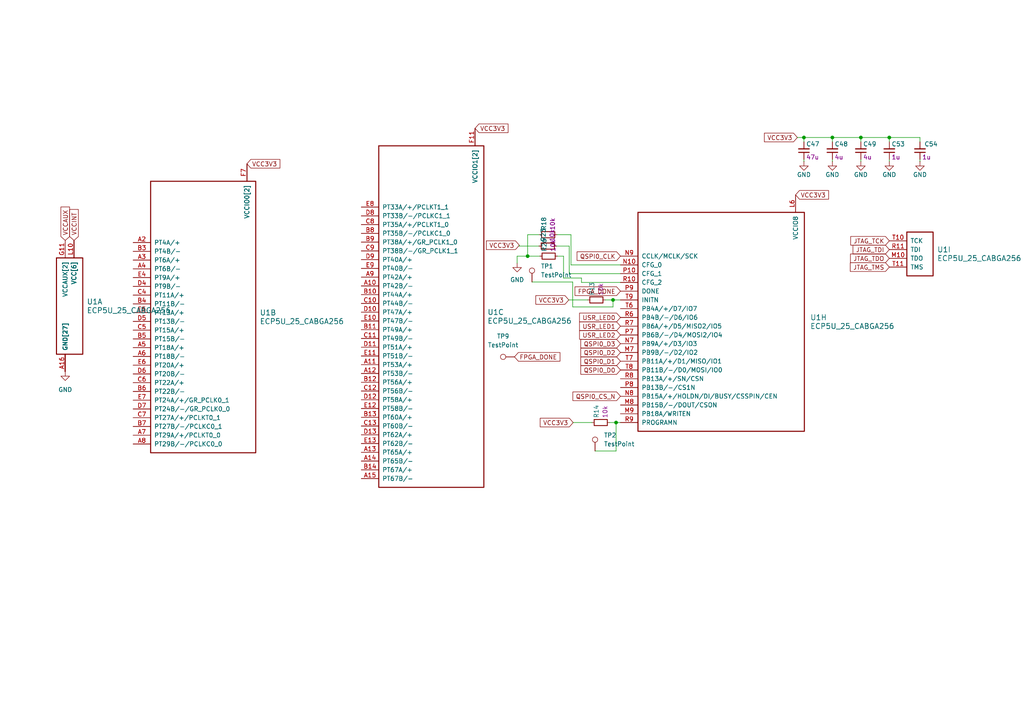
<source format=kicad_sch>
(kicad_sch (version 20230121) (generator eeschema)
  (paper "A4")
  (lib_symbols
    (symbol "C_470n_0402_5" (pin_numbers hide) (pin_names hide)
      (property "Reference" "C" (at 20.32 -5.08 0))
      (property "Val" "470n" (at 20.32 -7.62 0))
      (symbol "C_470n_0402_5_0_1"
        (polyline (pts (xy 2.032 -1.524) (xy 2.032 1.524)) (stroke (width 0.3048)))
        (polyline (pts (xy 3.048 -1.524) (xy 3.048 1.524)) (stroke (width 0.3302)))
      )
      (symbol "C_470n_0402_5_1_1"
        (pin passive line (at 0 0 0) (length 2.032) (name "~") (number "1"))
        (pin passive line (at 5.08 0 180) (length 2.032) (name "~") (number "2"))
      )
    )
    (symbol "C_470n_0402_9" (pin_numbers hide) (pin_names hide)
      (property "Reference" "C" (at 20.32 -5.08 0))
      (property "Val" "470n" (at 20.32 -7.62 0))
      (symbol "C_470n_0402_9_0_1"
        (polyline (pts (xy 2.032 -1.524) (xy 2.032 1.524)) (stroke (width 0.3048)))
        (polyline (pts (xy 3.048 -1.524) (xy 3.048 1.524)) (stroke (width 0.3302)))
      )
      (symbol "C_470n_0402_9_1_1"
        (pin passive line (at 0 0 0) (length 2.032) (name "~") (number "1"))
        (pin passive line (at 5.08 0 180) (length 2.032) (name "~") (number "2"))
      )
    )
    (symbol "C_47u_1210_3" (pin_numbers hide) (pin_names hide)
      (property "Reference" "C" (at 20.32 -5.08 0))
      (property "Val" "47u" (at 20.32 -7.62 0))
      (symbol "C_47u_1210_3_0_1"
        (polyline (pts (xy 2.032 -1.524) (xy 2.032 1.524)) (stroke (width 0.3048)))
        (polyline (pts (xy 3.048 -1.524) (xy 3.048 1.524)) (stroke (width 0.3302)))
      )
      (symbol "C_47u_1210_3_1_1"
        (pin passive line (at 0 0 0) (length 2.032) (name "~") (number "1"))
        (pin passive line (at 5.08 0 180) (length 2.032) (name "~") (number "2"))
      )
    )
    (symbol "C_4u7_0603_1" (pin_numbers hide) (pin_names hide)
      (property "Reference" "C" (at 20.32 -5.08 0))
      (property "Val" "4u7" (at 20.32 -7.62 0))
      (symbol "C_4u7_0603_1_0_1"
        (polyline (pts (xy 2.032 -1.524) (xy 2.032 1.524)) (stroke (width 0.3048)))
        (polyline (pts (xy 3.048 -1.524) (xy 3.048 1.524)) (stroke (width 0.3302)))
      )
      (symbol "C_4u7_0603_1_1_1"
        (pin passive line (at 0 0 0) (length 2.032) (name "~") (number "1"))
        (pin passive line (at 5.08 0 180) (length 2.032) (name "~") (number "2"))
      )
    )
    (symbol "C_4u7_0603_4" (pin_numbers hide) (pin_names hide)
      (property "Reference" "C" (at 20.32 -5.08 0))
      (property "Val" "4u7" (at 20.32 -7.62 0))
      (symbol "C_4u7_0603_4_0_1"
        (polyline (pts (xy 2.032 -1.524) (xy 2.032 1.524)) (stroke (width 0.3048)))
        (polyline (pts (xy 3.048 -1.524) (xy 3.048 1.524)) (stroke (width 0.3302)))
      )
      (symbol "C_4u7_0603_4_1_1"
        (pin passive line (at 0 0 0) (length 2.032) (name "~") (number "1"))
        (pin passive line (at 5.08 0 180) (length 2.032) (name "~") (number "2"))
      )
    )
    (symbol "Connector:TestPoint" (pin_numbers hide) (pin_names (offset 0.762) hide)
      (property "Reference" "TP" (at 0 6.858 0))
      (property "Value" "TestPoint" (at 0 5.08 0))
      (symbol "TestPoint_0_1"
        (circle (center 0 3.302) (radius 0.762))
      )
      (symbol "TestPoint_1_1"
        (pin passive line (at 0 0 90) (length 2.54) (name "1") (number "1"))
      )
    )
    (symbol "R_10k_0402_1" (pin_numbers hide) (pin_names hide)
      (property "Reference" "R" (at 20.32 -5.08 0))
      (property "Val" "10k" (at 20.32 -7.62 0))
      (symbol "R_10k_0402_1_0_1"
        (rectangle (start 0.635 0.889) (end 4.445 -0.889) (stroke (width 0.254)))
      )
      (symbol "R_10k_0402_1_1_1"
        (pin passive line (at 0 0 0) (length 0.635) (name "~") (number "1"))
        (pin passive line (at 5.08 0 180) (length 0.635) (name "~") (number "2"))
      )
    )
    (symbol "antmicroResistors0402:R_10k_0402" (pin_numbers hide) (pin_names hide)
      (property "Reference" "R" (at 20.32 -5.08 0))
      (property "Val" "10k" (at 20.32 -7.62 0))
      (symbol "R_10k_0402_0_1"
        (rectangle (start 0.635 0.889) (end 4.445 -0.889) (stroke (width 0.254)))
      )
      (symbol "R_10k_0402_1_1"
        (pin passive line (at 0 0 0) (length 0.635) (name "~") (number "1"))
        (pin passive line (at 5.08 0 180) (length 0.635) (name "~") (number "2"))
      )
    )
    (symbol "antmicropower:GND" (power) (pin_numbers hide) (pin_names hide)
      (property "Value" "GND" (at 8.89 -5.08 0))
      (symbol "GND_1_1"
        (polyline (pts (xy 0 0) (xy 0 -1.27) (xy 1.27 -1.27) (xy 0 -2.54) (xy -1.27 -1.27) (xy 0 -1.27)))
        (pin power_in line (at 0 0 270) (length 0) (name "GND") (number "1"))
      )
    )
    (symbol "nf_ecp5:ECP5U_25_CABGA256" (pin_names (offset 1.016))
      (property "Reference" "U" (at 3.81 6.35 0))
      (property "Value" "ECP5U_25_CABGA256" (at 3.81 3.81 0))
      (symbol "ECP5U_25_CABGA256_1_1"
        (rectangle (start 5.08 17.78) (end 12.7 -10.16) (stroke (width 0.3048)))
        (pin power_in line (at 7.62 -15.24 90) (length 5.08) (name "GND[27]") (number "A1"))
        (pin power_in line (at 7.62 -15.24 90) (length 5.08) (name "GND[27]") (number "A16"))
        (pin power_in line (at 7.62 -15.24 90) (length 5.08) (name "GND[27]") (number "D15"))
        (pin power_in line (at 7.62 -15.24 90) (length 5.08) (name "GND[27]") (number "D2"))
        (pin power_in line (at 7.62 -15.24 90) (length 5.08) (name "GND[27]") (number "F8"))
        (pin power_in line (at 7.62 -15.24 90) (length 5.08) (name "GND[27]") (number "F9"))
        (pin power_in line (at 7.62 -15.24 90) (length 5.08) (name "GND[27]") (number "G10"))
        (pin power_in line (at 7.62 22.86 270) (length 5.08) (name "VCCAUX[2]") (number "G11"))
        (pin power_in line (at 10.16 22.86 270) (length 5.08) (name "VCC[6]") (number "G6"))
        (pin power_in line (at 10.16 22.86 270) (length 5.08) (name "VCC[6]") (number "G7"))
        (pin power_in line (at 7.62 -15.24 90) (length 5.08) (name "GND[27]") (number "G8"))
        (pin power_in line (at 10.16 22.86 270) (length 5.08) (name "VCC[6]") (number "G9"))
        (pin power_in line (at 7.62 -15.24 90) (length 5.08) (name "GND[27]") (number "H1"))
        (pin power_in line (at 7.62 -15.24 90) (length 5.08) (name "GND[27]") (number "H10"))
        (pin power_in line (at 7.62 -15.24 90) (length 5.08) (name "GND[27]") (number "H16"))
        (pin power_in line (at 7.62 -15.24 90) (length 5.08) (name "GND[27]") (number "H8"))
        (pin power_in line (at 7.62 -15.24 90) (length 5.08) (name "GND[27]") (number "H9"))
        (pin power_in line (at 7.62 -15.24 90) (length 5.08) (name "GND[27]") (number "J10"))
        (pin power_in line (at 7.62 -15.24 90) (length 5.08) (name "GND[27]") (number "J8"))
        (pin power_in line (at 7.62 -15.24 90) (length 5.08) (name "GND[27]") (number "J9"))
        (pin power_in line (at 7.62 -15.24 90) (length 5.08) (name "GND[27]") (number "K10"))
        (pin power_in line (at 7.62 -15.24 90) (length 5.08) (name "GND[27]") (number "K6"))
        (pin power_in line (at 7.62 -15.24 90) (length 5.08) (name "GND[27]") (number "K7"))
        (pin power_in line (at 7.62 -15.24 90) (length 5.08) (name "GND[27]") (number "K8"))
        (pin power_in line (at 7.62 -15.24 90) (length 5.08) (name "GND[27]") (number "K9"))
        (pin power_in line (at 10.16 22.86 270) (length 5.08) (name "VCC[6]") (number "L10"))
        (pin power_in line (at 7.62 22.86 270) (length 5.08) (name "VCCAUX[2]") (number "L7"))
        (pin power_in line (at 10.16 22.86 270) (length 5.08) (name "VCC[6]") (number "L8"))
        (pin power_in line (at 10.16 22.86 270) (length 5.08) (name "VCC[6]") (number "L9"))
        (pin power_in line (at 7.62 -15.24 90) (length 5.08) (name "GND[27]") (number "N15"))
        (pin power_in line (at 7.62 -15.24 90) (length 5.08) (name "GND[27]") (number "N2"))
        (pin power_in line (at 7.62 -15.24 90) (length 5.08) (name "GND[27]") (number "T1"))
        (pin power_in line (at 7.62 -15.24 90) (length 5.08) (name "GND[27]") (number "T12"))
        (pin power_in line (at 7.62 -15.24 90) (length 5.08) (name "GND[27]") (number "T16"))
        (pin power_in line (at 7.62 -15.24 90) (length 5.08) (name "GND[27]") (number "T5"))
      )
      (symbol "ECP5U_25_CABGA256_2_1"
        (rectangle (start 5.08 17.78) (end 35.56 -60.96) (stroke (width 0.3048)))
        (pin bidirectional line (at 0 0 0) (length 5.08) (name "PT4A/+") (number "A2"))
        (pin bidirectional line (at 0 -5.08 0) (length 5.08) (name "PT6A/+") (number "A3"))
        (pin bidirectional line (at 0 -7.62 0) (length 5.08) (name "PT6B/-") (number "A4"))
        (pin bidirectional line (at 0 -30.48 0) (length 5.08) (name "PT18A/+") (number "A5"))
        (pin bidirectional line (at 0 -33.02 0) (length 5.08) (name "PT18B/-") (number "A6"))
        (pin bidirectional line (at 0 -55.88 0) (length 5.08) (name "PT29A/+/PCLKT0_0") (number "A7"))
        (pin bidirectional line (at 0 -58.42 0) (length 5.08) (name "PT29B/-/PCLKC0_0") (number "A8"))
        (pin bidirectional line (at 0 -2.54 0) (length 5.08) (name "PT4B/-") (number "B3"))
        (pin bidirectional line (at 0 -17.78 0) (length 5.08) (name "PT11B/-") (number "B4"))
        (pin bidirectional line (at 0 -27.94 0) (length 5.08) (name "PT15B/-") (number "B5"))
        (pin bidirectional line (at 0 -43.18 0) (length 5.08) (name "PT22B/-") (number "B6"))
        (pin bidirectional line (at 0 -53.34 0) (length 5.08) (name "PT27B/-/PCLKC0_1") (number "B7"))
        (pin bidirectional line (at 0 -15.24 0) (length 5.08) (name "PT11A/+") (number "C4"))
        (pin bidirectional line (at 0 -25.4 0) (length 5.08) (name "PT15A/+") (number "C5"))
        (pin bidirectional line (at 0 -40.64 0) (length 5.08) (name "PT22A/+") (number "C6"))
        (pin bidirectional line (at 0 -50.8 0) (length 5.08) (name "PT27A/+/PCLKT0_1") (number "C7"))
        (pin bidirectional line (at 0 -12.7 0) (length 5.08) (name "PT9B/-") (number "D4"))
        (pin bidirectional line (at 0 -22.86 0) (length 5.08) (name "PT13B/-") (number "D5"))
        (pin bidirectional line (at 0 -38.1 0) (length 5.08) (name "PT20B/-") (number "D6"))
        (pin bidirectional line (at 0 -48.26 0) (length 5.08) (name "PT24B/-/GR_PCLK0_0") (number "D7"))
        (pin bidirectional line (at 0 -10.16 0) (length 5.08) (name "PT9A/+") (number "E4"))
        (pin bidirectional line (at 0 -20.32 0) (length 5.08) (name "PT13A/+") (number "E5"))
        (pin bidirectional line (at 0 -35.56 0) (length 5.08) (name "PT20A/+") (number "E6"))
        (pin bidirectional line (at 0 -45.72 0) (length 5.08) (name "PT24A/+/GR_PCLK0_1") (number "E7"))
        (pin power_in line (at 33.02 22.86 270) (length 5.08) (name "VCCIO0[2]") (number "F6"))
        (pin power_in line (at 33.02 22.86 270) (length 5.08) (name "VCCIO0[2]") (number "F7"))
      )
      (symbol "ECP5U_25_CABGA256_3_1"
        (rectangle (start 5.08 17.78) (end 35.56 -81.28) (stroke (width 0.3048)))
        (pin bidirectional line (at 0 -22.86 0) (length 5.08) (name "PT42B/-") (number "A10"))
        (pin bidirectional line (at 0 -45.72 0) (length 5.08) (name "PT53A/+") (number "A11"))
        (pin bidirectional line (at 0 -48.26 0) (length 5.08) (name "PT53B/-") (number "A12"))
        (pin bidirectional line (at 0 -71.12 0) (length 5.08) (name "PT65A/+") (number "A13"))
        (pin bidirectional line (at 0 -73.66 0) (length 5.08) (name "PT65B/-") (number "A14"))
        (pin bidirectional line (at 0 -78.74 0) (length 5.08) (name "PT67B/-") (number "A15"))
        (pin bidirectional line (at 0 -20.32 0) (length 5.08) (name "PT42A/+") (number "A9"))
        (pin bidirectional line (at 0 -25.4 0) (length 5.08) (name "PT44A/+") (number "B10"))
        (pin bidirectional line (at 0 -35.56 0) (length 5.08) (name "PT49A/+") (number "B11"))
        (pin bidirectional line (at 0 -50.8 0) (length 5.08) (name "PT56A/+") (number "B12"))
        (pin bidirectional line (at 0 -60.96 0) (length 5.08) (name "PT60A/+") (number "B13"))
        (pin bidirectional line (at 0 -76.2 0) (length 5.08) (name "PT67A/+") (number "B14"))
        (pin bidirectional line (at 0 -7.62 0) (length 5.08) (name "PT35B/-/PCLKC1_0") (number "B8"))
        (pin bidirectional line (at 0 -10.16 0) (length 5.08) (name "PT38A/+/GR_PCLK1_0") (number "B9"))
        (pin bidirectional line (at 0 -27.94 0) (length 5.08) (name "PT44B/-") (number "C10"))
        (pin bidirectional line (at 0 -38.1 0) (length 5.08) (name "PT49B/-") (number "C11"))
        (pin bidirectional line (at 0 -53.34 0) (length 5.08) (name "PT56B/-") (number "C12"))
        (pin bidirectional line (at 0 -63.5 0) (length 5.08) (name "PT60B/-") (number "C13"))
        (pin bidirectional line (at 0 -5.08 0) (length 5.08) (name "PT35A/+/PCLKT1_0") (number "C8"))
        (pin bidirectional line (at 0 -12.7 0) (length 5.08) (name "PT38B/-/GR_PCLK1_1") (number "C9"))
        (pin bidirectional line (at 0 -30.48 0) (length 5.08) (name "PT47A/+") (number "D10"))
        (pin bidirectional line (at 0 -40.64 0) (length 5.08) (name "PT51A/+") (number "D11"))
        (pin bidirectional line (at 0 -55.88 0) (length 5.08) (name "PT58A/+") (number "D12"))
        (pin bidirectional line (at 0 -66.04 0) (length 5.08) (name "PT62A/+") (number "D13"))
        (pin bidirectional line (at 0 -2.54 0) (length 5.08) (name "PT33B/-/PCLKC1_1") (number "D8"))
        (pin bidirectional line (at 0 -15.24 0) (length 5.08) (name "PT40A/+") (number "D9"))
        (pin bidirectional line (at 0 -33.02 0) (length 5.08) (name "PT47B/-") (number "E10"))
        (pin bidirectional line (at 0 -43.18 0) (length 5.08) (name "PT51B/-") (number "E11"))
        (pin bidirectional line (at 0 -58.42 0) (length 5.08) (name "PT58B/-") (number "E12"))
        (pin bidirectional line (at 0 -68.58 0) (length 5.08) (name "PT62B/-") (number "E13"))
        (pin bidirectional line (at 0 0 0) (length 5.08) (name "PT33A/+/PCLKT1_1") (number "E8"))
        (pin bidirectional line (at 0 -17.78 0) (length 5.08) (name "PT40B/-") (number "E9"))
        (pin power_in line (at 33.02 22.86 270) (length 5.08) (name "VCCIO1[2]") (number "F10"))
        (pin power_in line (at 33.02 22.86 270) (length 5.08) (name "VCCIO1[2]") (number "F11"))
      )
      (symbol "ECP5U_25_CABGA256_4_1"
        (rectangle (start 5.08 17.78) (end 48.26 -81.28) (stroke (width 0.3048)))
        (pin bidirectional line (at 0 -2.54 0) (length 5.08) (name "PR2B/-/S0_IN/HS/RDQ8") (number "B15"))
        (pin bidirectional line (at 0 0 0) (length 5.08) (name "PR2A/+/HS/RDQ8") (number "B16"))
        (pin bidirectional line (at 0 -5.08 0) (length 5.08) (name "PR2C/+/RDQ8") (number "C14"))
        (pin bidirectional line (at 0 -12.7 0) (length 5.08) (name "PR5B/-/HS/RDQ8") (number "C15"))
        (pin bidirectional line (at 0 -10.16 0) (length 5.08) (name "PR5A/+/HS/RDQ8") (number "C16"))
        (pin bidirectional line (at 0 -7.62 0) (length 5.08) (name "PR2D/-/RDQ8") (number "D14"))
        (pin bidirectional line (at 0 -20.32 0) (length 5.08) (name "PR8A/+/HS/RDQS8") (number "D16"))
        (pin bidirectional line (at 0 -15.24 0) (length 5.08) (name "PR5C/+/RDQ8") (number "E14"))
        (pin bidirectional line (at 0 -22.86 0) (length 5.08) (name "PR8B/-/HS/RDQSN8") (number "E15"))
        (pin bidirectional line (at 0 -38.1 0) (length 5.08) (name "PR11D/-/RDQ8") (number "E16"))
        (pin bidirectional line (at 0 -27.94 0) (length 5.08) (name "PR8D/-/RDQ8") (number "F12"))
        (pin bidirectional line (at 0 -25.4 0) (length 5.08) (name "PR8C/+/RDQ8") (number "F13"))
        (pin bidirectional line (at 0 -17.78 0) (length 5.08) (name "PR5D/-/RDQ8") (number "F14"))
        (pin bidirectional line (at 0 -35.56 0) (length 5.08) (name "PR11C/+/RDQ8") (number "F15"))
        (pin bidirectional line (at 0 -40.64 0) (length 5.08) (name "PR14A/+/HS/RDQ20") (number "F16"))
        (pin bidirectional line (at 0 -30.48 0) (length 5.08) (name "PR11A/+/HS/RDQ8") (number "G12"))
        (pin bidirectional line (at 0 -33.02 0) (length 5.08) (name "PR11B/-/HS/RDQ8") (number "G13"))
        (pin bidirectional line (at 0 -45.72 0) (length 5.08) (name "PR14C/+/VREF1_2/RDQ20") (number "G14"))
        (pin bidirectional line (at 0 -43.18 0) (length 5.08) (name "PR14B/-/HS/RDQ20") (number "G15"))
        (pin bidirectional line (at 0 -60.96 0) (length 5.08) (name "PR20A/+/GR_PCLK2_1/HS/RDQS20") (number "G16"))
        (pin power_in line (at 45.72 22.86 270) (length 5.08) (name "VCCIO2[2]") (number "H11"))
        (pin bidirectional line (at 0 -50.8 0) (length 5.08) (name "PR17A/+/HS/RDQ20") (number "H12"))
        (pin bidirectional line (at 0 -53.34 0) (length 5.08) (name "PR17B/-/HS/RDQ20") (number "H13"))
        (pin bidirectional line (at 0 -48.26 0) (length 5.08) (name "PR14D/-/RDQ20") (number "H14"))
        (pin bidirectional line (at 0 -63.5 0) (length 5.08) (name "PR20B/-/HS/RDQSN20") (number "H15"))
        (pin power_in line (at 45.72 22.86 270) (length 5.08) (name "VCCIO2[2]") (number "J11"))
        (pin bidirectional line (at 0 -58.42 0) (length 5.08) (name "PR17D/-/RDQ20") (number "J12"))
        (pin bidirectional line (at 0 -55.88 0) (length 5.08) (name "PR17C/+/RDQ20") (number "J13"))
        (pin bidirectional line (at 0 -66.04 0) (length 5.08) (name "PR20C/+/GR_PCLK2_0/RDQ20") (number "J14"))
        (pin bidirectional line (at 0 -73.66 0) (length 5.08) (name "PR23B/-/PCLKC2_1/HS/RDQ20") (number "J15"))
        (pin bidirectional line (at 0 -71.12 0) (length 5.08) (name "PR23A/+/PCLKT2_1/HS/RDQ20") (number "J16"))
        (pin bidirectional line (at 0 -68.58 0) (length 5.08) (name "PR20D/-/RDQ20") (number "K14"))
        (pin bidirectional line (at 0 -78.74 0) (length 5.08) (name "PR23D/-/PCLKC2_0/RDQ20") (number "K15"))
        (pin bidirectional line (at 0 -76.2 0) (length 5.08) (name "PR23C/+/PCLKT2_0/RDQ20") (number "K16"))
      )
      (symbol "ECP5U_25_CABGA256_5_1"
        (rectangle (start 5.08 17.78) (end 48.26 -81.28) (stroke (width 0.3048)))
        (pin power_in line (at 45.72 22.86 270) (length 5.08) (name "VCCIO3[2]") (number "K11"))
        (pin bidirectional line (at 0 -12.7 0) (length 5.08) (name "PR29B/-/HS/RDQ32") (number "K12"))
        (pin bidirectional line (at 0 -10.16 0) (length 5.08) (name "PR29A/+/GR_PCLK3_0/HS/RDQ32") (number "K13"))
        (pin power_in line (at 45.72 22.86 270) (length 5.08) (name "VCCIO3[2]") (number "L11"))
        (pin bidirectional line (at 0 -17.78 0) (length 5.08) (name "PR29D/-/RDQ32") (number "L12"))
        (pin bidirectional line (at 0 -15.24 0) (length 5.08) (name "PR29C/+/GR_PCLK3_1/RDQ32") (number "L13"))
        (pin bidirectional line (at 0 -25.4 0) (length 5.08) (name "PR32C/+/RDQ32") (number "L14"))
        (pin bidirectional line (at 0 -2.54 0) (length 5.08) (name "PR26B/-/PCLKC3_1/HS/RDQ32") (number "L15"))
        (pin bidirectional line (at 0 0 0) (length 5.08) (name "PR26A/+/PCLKT3_1/HS/RDQ32") (number "L16"))
        (pin bidirectional line (at 0 -71.12 0) (length 5.08) (name "PR47A/+/HS/RDQ44") (number "M11"))
        (pin bidirectional line (at 0 -66.04 0) (length 5.08) (name "PR44C/+/RDQ44") (number "M12"))
        (pin bidirectional line (at 0 -35.56 0) (length 5.08) (name "PR35C/+/RDQ32") (number "M13"))
        (pin bidirectional line (at 0 -27.94 0) (length 5.08) (name "PR32D/-/RDQ32") (number "M14"))
        (pin bidirectional line (at 0 -7.62 0) (length 5.08) (name "PR26D/-/PCLKC3_0/RDQ32") (number "M15"))
        (pin bidirectional line (at 0 -5.08 0) (length 5.08) (name "PR26C/+/PCLKT3_0/RDQ32") (number "M16"))
        (pin bidirectional line (at 0 -73.66 0) (length 5.08) (name "PR47B/-/HS/RDQ44") (number "N11"))
        (pin bidirectional line (at 0 -68.58 0) (length 5.08) (name "PR44D/-/RDQ44") (number "N12"))
        (pin bidirectional line (at 0 -40.64 0) (length 5.08) (name "PR38A/+/HS/RDQ44") (number "N13"))
        (pin bidirectional line (at 0 -38.1 0) (length 5.08) (name "PR35D/-/RDQ32") (number "N14"))
        (pin bidirectional line (at 0 -20.32 0) (length 5.08) (name "PR32A/+/HS/RDQS32") (number "N16"))
        (pin bidirectional line (at 0 -76.2 0) (length 5.08) (name "PR47C/+/LRC_GPLL0T_IN/RDQ44") (number "P11"))
        (pin bidirectional line (at 0 -78.74 0) (length 5.08) (name "PR47D/-/LRC_GPLL0C_IN/RDQ44") (number "P12"))
        (pin bidirectional line (at 0 -50.8 0) (length 5.08) (name "PR41A/+/HS/RDQ44") (number "P13"))
        (pin bidirectional line (at 0 -43.18 0) (length 5.08) (name "PR38B/-/HS/RDQ44") (number "P14"))
        (pin bidirectional line (at 0 -22.86 0) (length 5.08) (name "PR32B/-/HS/RDQSN32") (number "P15"))
        (pin bidirectional line (at 0 -30.48 0) (length 5.08) (name "PR35A/+/HS/RDQ32") (number "P16"))
        (pin bidirectional line (at 0 -60.96 0) (length 5.08) (name "PR44A/+/HS/RDQS44") (number "R12"))
        (pin bidirectional line (at 0 -55.88 0) (length 5.08) (name "PR41C/+/RDQ44") (number "R13"))
        (pin bidirectional line (at 0 -53.34 0) (length 5.08) (name "PR41B/-/HS/RDQ44") (number "R14"))
        (pin bidirectional line (at 0 -45.72 0) (length 5.08) (name "PR38C/+/RDQ44") (number "R15"))
        (pin bidirectional line (at 0 -33.02 0) (length 5.08) (name "PR35B/-/VREF1_3/HS/RDQ32") (number "R16"))
        (pin bidirectional line (at 0 -63.5 0) (length 5.08) (name "PR44B/-/HS/RDQSN44") (number "T13"))
        (pin bidirectional line (at 0 -58.42 0) (length 5.08) (name "PR41D/-/RDQ44") (number "T14"))
        (pin bidirectional line (at 0 -48.26 0) (length 5.08) (name "PR38D/-/RDQ44") (number "T15"))
      )
      (symbol "ECP5U_25_CABGA256_6_1"
        (rectangle (start 5.08 17.78) (end 48.26 -81.28) (stroke (width 0.3048)))
        (pin power_in line (at 45.72 22.86 270) (length 5.08) (name "VCCIO6[2]") (number "J6"))
        (pin power_in line (at 45.72 22.86 270) (length 5.08) (name "VCCIO6[2]") (number "J7"))
        (pin bidirectional line (at 0 -10.16 0) (length 5.08) (name "PL29A/+/GR_PCLK6_0/HS/LDQ32") (number "K4"))
        (pin bidirectional line (at 0 -12.7 0) (length 5.08) (name "PL29B/-/HS/LDQ32") (number "K5"))
        (pin bidirectional line (at 0 0 0) (length 5.08) (name "PL26A/+/PCLKT6_1/HS/LDQ32") (number "L1"))
        (pin bidirectional line (at 0 -2.54 0) (length 5.08) (name "PL26B/-/PCLKC6_1/HS/LDQ32") (number "L2"))
        (pin bidirectional line (at 0 -25.4 0) (length 5.08) (name "PL32C/+/LDQ32") (number "L3"))
        (pin bidirectional line (at 0 -15.24 0) (length 5.08) (name "PL29C/+/GR_PCLK6_1/LDQ32") (number "L4"))
        (pin bidirectional line (at 0 -17.78 0) (length 5.08) (name "PL29D/-/LDQ32") (number "L5"))
        (pin bidirectional line (at 0 -5.08 0) (length 5.08) (name "PL26C/+/PCLKT6_0/LDQ32") (number "M1"))
        (pin bidirectional line (at 0 -7.62 0) (length 5.08) (name "PL26D/-/PCLKC6_0/LDQ32") (number "M2"))
        (pin bidirectional line (at 0 -27.94 0) (length 5.08) (name "PL32D/-/LDQ32") (number "M3"))
        (pin bidirectional line (at 0 -35.56 0) (length 5.08) (name "PL35C/+/LDQ32") (number "M4"))
        (pin bidirectional line (at 0 -66.04 0) (length 5.08) (name "PL44C/+/LDQ44") (number "M5"))
        (pin bidirectional line (at 0 -71.12 0) (length 5.08) (name "PL47A/+/HS/LDQ44") (number "M6"))
        (pin bidirectional line (at 0 -20.32 0) (length 5.08) (name "PL32A/+/HS/LDQS32") (number "N1"))
        (pin bidirectional line (at 0 -38.1 0) (length 5.08) (name "PL35D/-/LDQ32") (number "N3"))
        (pin bidirectional line (at 0 -40.64 0) (length 5.08) (name "PL38A/+/HS/LDQ44") (number "N4"))
        (pin bidirectional line (at 0 -68.58 0) (length 5.08) (name "PL44D/-/LDQ44") (number "N5"))
        (pin bidirectional line (at 0 -73.66 0) (length 5.08) (name "PL47B/-/HS/LDQ44") (number "N6"))
        (pin bidirectional line (at 0 -30.48 0) (length 5.08) (name "PL35A/+/HS/LDQ32") (number "P1"))
        (pin bidirectional line (at 0 -22.86 0) (length 5.08) (name "PL32B/-/HS/LDQSN32") (number "P2"))
        (pin bidirectional line (at 0 -43.18 0) (length 5.08) (name "PL38B/-/HS/LDQ44") (number "P3"))
        (pin bidirectional line (at 0 -50.8 0) (length 5.08) (name "PL41A/+/HS/LDQ44") (number "P4"))
        (pin bidirectional line (at 0 -78.74 0) (length 5.08) (name "PL47D/-/LLC_GPLL0C_IN/LDQ44") (number "P5"))
        (pin bidirectional line (at 0 -76.2 0) (length 5.08) (name "PL47C/+/LLC_GPLL0T_IN/LDQ44") (number "P6"))
        (pin bidirectional line (at 0 -33.02 0) (length 5.08) (name "PL35B/-/VREF1_6/HS/LDQ32") (number "R1"))
        (pin bidirectional line (at 0 -45.72 0) (length 5.08) (name "PL38C/+/LDQ44") (number "R2"))
        (pin bidirectional line (at 0 -53.34 0) (length 5.08) (name "PL41B/-/HS/LDQ44") (number "R3"))
        (pin bidirectional line (at 0 -55.88 0) (length 5.08) (name "PL41C/+/LDQ44") (number "R4"))
        (pin bidirectional line (at 0 -60.96 0) (length 5.08) (name "PL44A/+/HS/LDQS44") (number "R5"))
        (pin bidirectional line (at 0 -48.26 0) (length 5.08) (name "PL38D/-/LDQ44") (number "T2"))
        (pin bidirectional line (at 0 -58.42 0) (length 5.08) (name "PL41D/-/LDQ44") (number "T3"))
        (pin bidirectional line (at 0 -63.5 0) (length 5.08) (name "PL44B/-/HS/LDQSN44") (number "T4"))
      )
      (symbol "ECP5U_25_CABGA256_7_1"
        (rectangle (start 5.08 17.78) (end 48.26 -81.28) (stroke (width 0.3048)))
        (pin bidirectional line (at 0 0 0) (length 5.08) (name "PL2A/+/HS/LDQ8") (number "B1"))
        (pin bidirectional line (at 0 -2.54 0) (length 5.08) (name "PL2B/-/HS/LDQ8") (number "B2"))
        (pin bidirectional line (at 0 -10.16 0) (length 5.08) (name "PL5A/+/HS/LDQ8") (number "C1"))
        (pin bidirectional line (at 0 -12.7 0) (length 5.08) (name "PL5B/-/HS/LDQ8") (number "C2"))
        (pin bidirectional line (at 0 -5.08 0) (length 5.08) (name "PL2C/+/LDQ8") (number "C3"))
        (pin bidirectional line (at 0 -20.32 0) (length 5.08) (name "PL8A/+/HS/LDQS8") (number "D1"))
        (pin bidirectional line (at 0 -7.62 0) (length 5.08) (name "PL2D/-/LDQ8") (number "D3"))
        (pin bidirectional line (at 0 -38.1 0) (length 5.08) (name "PL11D/-/LDQ8") (number "E1"))
        (pin bidirectional line (at 0 -22.86 0) (length 5.08) (name "PL8B/-/HS/LDQSN8") (number "E2"))
        (pin bidirectional line (at 0 -15.24 0) (length 5.08) (name "PL5C/+/LDQ8") (number "E3"))
        (pin bidirectional line (at 0 -40.64 0) (length 5.08) (name "PL14A/+/HS/LDQ20") (number "F1"))
        (pin bidirectional line (at 0 -35.56 0) (length 5.08) (name "PL11C/+/LDQ8") (number "F2"))
        (pin bidirectional line (at 0 -17.78 0) (length 5.08) (name "PL5D/-/LDQ8") (number "F3"))
        (pin bidirectional line (at 0 -25.4 0) (length 5.08) (name "PL8C/+/LDQ8") (number "F4"))
        (pin bidirectional line (at 0 -27.94 0) (length 5.08) (name "PL8D/-/LDQ8") (number "F5"))
        (pin bidirectional line (at 0 -60.96 0) (length 5.08) (name "PL20A/+/GR_PCLK7_1/HS/LDQS20") (number "G1"))
        (pin bidirectional line (at 0 -43.18 0) (length 5.08) (name "PL14B/-/HS/LDQ20") (number "G2"))
        (pin bidirectional line (at 0 -45.72 0) (length 5.08) (name "PL14C/+/VREF1_7/LDQ20") (number "G3"))
        (pin bidirectional line (at 0 -33.02 0) (length 5.08) (name "PL11B/-/HS/LDQ8") (number "G4"))
        (pin bidirectional line (at 0 -30.48 0) (length 5.08) (name "PL11A/+/HS/LDQ8") (number "G5"))
        (pin bidirectional line (at 0 -63.5 0) (length 5.08) (name "PL20B/-/HS/LDQSN20") (number "H2"))
        (pin bidirectional line (at 0 -48.26 0) (length 5.08) (name "PL14D/-/LDQ20") (number "H3"))
        (pin bidirectional line (at 0 -53.34 0) (length 5.08) (name "PL17B/-/HS/LDQ20") (number "H4"))
        (pin bidirectional line (at 0 -50.8 0) (length 5.08) (name "PL17A/+/HS/LDQ20") (number "H5"))
        (pin power_in line (at 45.72 22.86 270) (length 5.08) (name "VCCIO7[2]") (number "H6"))
        (pin power_in line (at 45.72 22.86 270) (length 5.08) (name "VCCIO7[2]") (number "H7"))
        (pin bidirectional line (at 0 -71.12 0) (length 5.08) (name "PL23A/+/PCLKT7_1/HS/LDQ20") (number "J1"))
        (pin bidirectional line (at 0 -73.66 0) (length 5.08) (name "PL23B/-/PCLKC7_1/HS/LDQ20") (number "J2"))
        (pin bidirectional line (at 0 -66.04 0) (length 5.08) (name "PL20C/+/GR_PCLK7_0/LDQ20") (number "J3"))
        (pin bidirectional line (at 0 -55.88 0) (length 5.08) (name "PL17C/+/LDQ20") (number "J4"))
        (pin bidirectional line (at 0 -58.42 0) (length 5.08) (name "PL17D/-/LDQ20") (number "J5"))
        (pin bidirectional line (at 0 -76.2 0) (length 5.08) (name "PL23C/+/PCLKT7_0/LDQ20") (number "K1"))
        (pin bidirectional line (at 0 -78.74 0) (length 5.08) (name "PL23D/-/PCLKC7_0/LDQ20") (number "K2"))
        (pin bidirectional line (at 0 -68.58 0) (length 5.08) (name "PL20D/-/LDQ20") (number "K3"))
      )
      (symbol "ECP5U_25_CABGA256_8_1"
        (rectangle (start 5.08 12.7) (end 53.34 -50.8) (stroke (width 0.3048)))
        (pin power_in line (at 50.8 17.78 270) (length 5.08) (name "VCCIO8") (number "L6"))
        (pin bidirectional line (at 0 -27.94 0) (length 5.08) (name "PB9B/-/D2/IO2") (number "M7"))
        (pin bidirectional line (at 0 -43.18 0) (length 5.08) (name "PB15B/-/DOUT/CSON") (number "M8"))
        (pin bidirectional line (at 0 -45.72 0) (length 5.08) (name "PB18A/WRITEN") (number "M9"))
        (pin bidirectional line (at 0 -2.54 0) (length 5.08) (name "CFG_0") (number "N10"))
        (pin bidirectional line (at 0 -25.4 0) (length 5.08) (name "PB9A/+/D3/IO3") (number "N7"))
        (pin bidirectional line (at 0 -40.64 0) (length 5.08) (name "PB15A/+/HOLDN/DI/BUSY/CSSPIN/CEN") (number "N8"))
        (pin bidirectional line (at 0 0 0) (length 5.08) (name "CCLK/MCLK/SCK") (number "N9"))
        (pin bidirectional line (at 0 -5.08 0) (length 5.08) (name "CFG_1") (number "P10"))
        (pin bidirectional line (at 0 -22.86 0) (length 5.08) (name "PB6B/-/D4/MOSI2/IO4") (number "P7"))
        (pin bidirectional line (at 0 -38.1 0) (length 5.08) (name "PB13B/-/CS1N") (number "P8"))
        (pin bidirectional line (at 0 -10.16 0) (length 5.08) (name "DONE") (number "P9"))
        (pin bidirectional line (at 0 -7.62 0) (length 5.08) (name "CFG_2") (number "R10"))
        (pin bidirectional line (at 0 -17.78 0) (length 5.08) (name "PB4B/-/D6/IO6") (number "R6"))
        (pin bidirectional line (at 0 -20.32 0) (length 5.08) (name "PB6A/+/D5/MISO2/IO5") (number "R7"))
        (pin bidirectional line (at 0 -35.56 0) (length 5.08) (name "PB13A/+/SN/CSN") (number "R8"))
        (pin bidirectional line (at 0 -48.26 0) (length 5.08) (name "PROGRAMN") (number "R9"))
        (pin bidirectional line (at 0 -15.24 0) (length 5.08) (name "PB4A/+/D7/IO7") (number "T6"))
        (pin bidirectional line (at 0 -30.48 0) (length 5.08) (name "PB11A/+/D1/MISO/IO1") (number "T7"))
        (pin bidirectional line (at 0 -33.02 0) (length 5.08) (name "PB11B/-/D0/MOSI/IO0") (number "T8"))
        (pin bidirectional line (at 0 -12.7 0) (length 5.08) (name "INITN") (number "T9"))
      )
      (symbol "ECP5U_25_CABGA256_9_1"
        (rectangle (start 5.08 2.54) (end 12.7 -10.16) (stroke (width 0.3048)))
        (pin bidirectional line (at 0 -5.08 0) (length 5.08) (name "TDO") (number "M10"))
        (pin bidirectional line (at 0 -2.54 0) (length 5.08) (name "TDI") (number "R11"))
        (pin bidirectional line (at 0 0 0) (length 5.08) (name "TCK") (number "T10"))
        (pin bidirectional line (at 0 -7.62 0) (length 5.08) (name "TMS") (number "T11"))
      )
    )
    (symbol "power:GND" (power) (pin_names (offset 0))
      (property "Value" "GND" (at 0 -3.81 0))
      (symbol "GND_0_1"
        (polyline (pts (xy 0 0) (xy 0 -1.27) (xy 1.27 -1.27) (xy 0 -2.54) (xy -1.27 -1.27) (xy 0 -1.27)))
      )
      (symbol "GND_1_1"
        (pin power_in line (at 0 0 270) (length 0) hide (name "GND") (number "1"))
      )
    )
  )
  (junction (at 177.8 86.995))
  (junction (at 178.689 122.555))
  (junction (at 241.427 39.878))
  (junction (at 233.172 39.878))
  (junction (at 153.035 74.295))
  (junction (at 257.937 39.878))
  (junction (at 249.682 39.878))
  (wire (pts (xy 166.243 122.555) (xy 171.704 122.555)))
  (wire (pts (xy 257.937 39.878) (xy 257.937 41.148)))
  (wire (pts (xy 249.682 46.228) (xy 249.682 46.863)))
  (wire (pts (xy 266.827 46.228) (xy 266.827 46.863)))
  (wire (pts (xy 179.959 86.995) (xy 177.8 86.995)))
  (wire (pts (xy 241.427 46.228) (xy 241.427 46.863)))
  (wire (pts (xy 231.267 39.878) (xy 233.172 39.878)))
  (wire (pts (xy 176.784 122.555) (xy 178.689 122.555)))
  (wire (pts (xy 163.449 74.295) (xy 161.671 74.295)))
  (wire (pts (xy 179.959 76.835) (xy 165.608 76.835)))
  (wire (pts (xy 150.622 71.374) (xy 150.622 71.12)))
  (wire (pts (xy 249.682 39.878) (xy 249.682 41.148)))
  (wire (pts (xy 178.689 130.81) (xy 178.689 122.555)))
  (wire (pts (xy 179.959 81.915) (xy 168.656 81.915)))
  (wire (pts (xy 241.427 39.878) (xy 249.682 39.878)))
  (wire (pts (xy 233.172 46.228) (xy 233.172 46.863)))
  (wire (pts (xy 168.656 80.645) (xy 163.449 80.645)))
  (wire (pts (xy 233.172 39.878) (xy 241.427 39.878)))
  (wire (pts (xy 241.427 39.878) (xy 241.427 41.148)))
  (wire (pts (xy 257.937 46.228) (xy 257.937 46.863)))
  (wire (pts (xy 165.1 71.374) (xy 165.1 79.375)))
  (wire (pts (xy 165.608 76.835) (xy 165.608 68.072)))
  (wire (pts (xy 153.035 68.072) (xy 153.035 74.295)))
  (wire (pts (xy 165.608 68.072) (xy 161.544 68.072)))
  (wire (pts (xy 163.449 80.645) (xy 163.449 74.295)))
  (wire (pts (xy 177.8 89.027) (xy 177.8 86.995)))
  (wire (pts (xy 165.1 79.375) (xy 179.959 79.375)))
  (wire (pts (xy 249.682 39.878) (xy 257.937 39.878)))
  (wire (pts (xy 164.973 86.995) (xy 170.434 86.995)))
  (wire (pts (xy 166.116 81.788) (xy 166.116 89.027)))
  (wire (pts (xy 257.937 39.878) (xy 266.827 39.878)))
  (wire (pts (xy 266.827 39.878) (xy 266.827 41.148)))
  (wire (pts (xy 156.464 68.072) (xy 153.035 68.072)))
  (wire (pts (xy 161.417 71.374) (xy 165.1 71.374)))
  (wire (pts (xy 154.305 81.788) (xy 166.116 81.788)))
  (wire (pts (xy 233.172 39.878) (xy 233.172 41.148)))
  (wire (pts (xy 149.987 74.295) (xy 149.987 76.327)))
  (wire (pts (xy 156.337 71.374) (xy 150.622 71.374)))
  (wire (pts (xy 166.116 89.027) (xy 177.8 89.027)))
  (wire (pts (xy 178.689 122.555) (xy 179.959 122.555)))
  (wire (pts (xy 168.656 81.915) (xy 168.656 80.645)))
  (wire (pts (xy 156.591 74.295) (xy 153.035 74.295)))
  (wire (pts (xy 172.593 130.81) (xy 178.689 130.81)))
  (wire (pts (xy 177.8 86.995) (xy 175.514 86.995)))
  (wire (pts (xy 153.035 74.295) (xy 149.987 74.295)))
  (global_label "USR_LED1" (shape input) (at 179.959 94.615 180) (property "Intersheetrefs" "${INTERSHEET_REFS}" (effects hide)))
  (global_label "FPGA_DONE" (shape input) (at 149.225 103.505 0) (property "Intersheetrefs" "${INTERSHEET_REFS}" (effects hide)))
  (global_label "VCC3V3" (shape input) (at 231.267 39.878 180) (property "Intersheetrefs" "${INTERSHEET_REFS}" (effects hide)))
  (global_label "VCC3V3" (shape input) (at 71.628 47.498 0) (property "Intersheetrefs" "${INTERSHEET_REFS}" (effects hide)))
  (global_label "JTAG_TDI" (shape input) (at 257.937 72.39 180) (property "Intersheetrefs" "${INTERSHEET_REFS}" (effects hide)))
  (global_label "QSPI0_D2" (shape input) (at 179.959 102.235 180) (property "Intersheetrefs" "${INTERSHEET_REFS}" (effects hide)))
  (global_label "FPGA_DONE" (shape input) (at 179.959 84.455 180) (property "Intersheetrefs" "${INTERSHEET_REFS}" (effects hide)))
  (global_label "QSPI0_CLK" (shape input) (at 179.959 74.295 180) (property "Intersheetrefs" "${INTERSHEET_REFS}" (effects hide)))
  (global_label "VCCINT" (shape input) (at 21.463 69.723 90) (property "Intersheetrefs" "${INTERSHEET_REFS}" (effects hide)))
  (global_label "USR_LED2" (shape input) (at 179.959 97.155 180) (property "Intersheetrefs" "${INTERSHEET_REFS}" (effects hide)))
  (global_label "JTAG_TDO" (shape input) (at 257.937 74.93 180) (property "Intersheetrefs" "${INTERSHEET_REFS}" (effects hide)))
  (global_label "JTAG_TCK" (shape input) (at 257.937 69.85 180) (property "Intersheetrefs" "${INTERSHEET_REFS}" (effects hide)))
  (global_label "QSPI0_D0" (shape input) (at 179.959 107.315 180) (property "Intersheetrefs" "${INTERSHEET_REFS}" (effects hide)))
  (global_label "VCCAUX" (shape input) (at 18.923 69.723 90) (property "Intersheetrefs" "${INTERSHEET_REFS}" (effects hide)))
  (global_label "VCC3V3" (shape input) (at 230.759 56.515 0) (property "Intersheetrefs" "${INTERSHEET_REFS}" (effects hide)))
  (global_label "QSPI0_D3" (shape input) (at 179.959 99.695 180) (property "Intersheetrefs" "${INTERSHEET_REFS}" (effects hide)))
  (global_label "VCC3V3" (shape input) (at 137.795 37.211 0) (property "Intersheetrefs" "${INTERSHEET_REFS}" (effects hide)))
  (global_label "VCC3V3" (shape input) (at 150.622 71.12 180) (property "Intersheetrefs" "${INTERSHEET_REFS}" (effects hide)))
  (global_label "VCC3V3" (shape input) (at 166.243 122.555 180) (property "Intersheetrefs" "${INTERSHEET_REFS}" (effects hide)))
  (global_label "USR_LED0" (shape input) (at 179.959 92.075 180) (property "Intersheetrefs" "${INTERSHEET_REFS}" (effects hide)))
  (global_label "VCC3V3" (shape input) (at 164.973 86.995 180) (property "Intersheetrefs" "${INTERSHEET_REFS}" (effects hide)))
  (global_label "JTAG_TMS" (shape input) (at 257.937 77.47 180) (property "Intersheetrefs" "${INTERSHEET_REFS}" (effects hide)))
  (global_label "QSPI0_D1" (shape input) (at 179.959 104.775 180) (property "Intersheetrefs" "${INTERSHEET_REFS}" (effects hide)))
  (global_label "QSPI0_CS_N" (shape input) (at 179.959 114.935 180) (property "Intersheetrefs" "${INTERSHEET_REFS}" (effects hide)))
  (symbol (lib_id "Connector:TestPoint") (at 172.593 130.81 0) (unit 1)
    (property "Reference" "TP2" (at 175.133 126.238 0) (effects (justify left)))
    (property "Value" "TestPoint" (at 175.133 128.778 0) (effects (justify left)))
    (property "Footprint" "TestPoint:TestPoint_Pad_D1.0mm" (effects hide))
  )
  (symbol (lib_name "C_47u_1210_3") (lib_id "antmicroCapacitorsmisc:C_47u_1210") (at 233.172 46.228 90) (unit 1)
    (property "Reference" "C47" (at 233.807 41.783 90) (effects (justify right)))
    (property "Value" "4u7" (effects hide))
    (property "Footprint" "antmicro-footprints:C_1206_3216Metric" (effects hide))
    (property "Datasheet" " " (effects hide))
    (property "Manufacturer" "KEMET" (effects hide))
    (property "MPN" "C1210C476K8RACTU" (effects hide))
    (property "Val" "47u" (at 233.807 45.593 90) (effects (justify right)))
    (property "License" "Apache-2.0" (effects hide))
    (property "Author" "Antmicro" (effects hide))
    (property "LCSC" "C96123" (effects hide))
  )
  (symbol (lib_id "antmicropower:GND") (at 233.172 46.863 0) (unit 1)
    (property "Reference" "#PWR024" (effects hide))
    (property "Value" "GND" (at 233.172 50.673 0))
    (property "Author" "Antmicro" (effects hide))
    (property "License" "Apache-2.0" (effects hide))
  )
  (symbol (lib_id "antmicropower:GND") (at 266.827 46.863 0) (unit 1)
    (property "Reference" "#PWR029" (effects hide))
    (property "Value" "GND" (at 266.827 50.673 0))
    (property "Author" "Antmicro" (effects hide))
    (property "License" "Apache-2.0" (effects hide))
  )
  (symbol (lib_name "C_470n_0402_9") (lib_id "antmicroCapacitors0402:C_470n_0402") (at 266.827 46.228 90) (unit 1)
    (property "Reference" "C54" (at 268.097 41.783 90) (effects (justify right)))
    (property "Value" "1u" (effects hide))
    (property "Footprint" "antmicro-footprints:C_0402_1005Metric" (effects hide))
    (property "Datasheet" " " (effects hide))
    (property "Manufacturer" "TDK" (effects hide))
    (property "MPN" "C1005X5R1E474M050BB" (effects hide))
    (property "Val" "1u" (at 267.462 45.593 90) (effects (justify right)))
    (property "License" "Apache-2.0" (effects hide))
    (property "Author" "Antmicro" (effects hide))
    (property "LCSC" "C52923" (effects hide))
  )
  (symbol (lib_id "nf_ecp5:ECP5U_25_CABGA256") (at 38.608 70.358 0) (unit 2)
    (property "Reference" "U1" (at 75.311 90.678 0) (effects (font (size 1.524 1.524)) (justify left)))
    (property "Value" "ECP5U_25_CABGA256" (at 75.311 93.218 0) (effects (font (size 1.524 1.524)) (justify left)))
    (property "Footprint" "Package_BGA:BGA-256_14.0x14.0mm_Layout16x16_P0.8mm_Ball0.45mm_Pad0.32mm_NSMD" (effects hide))
    (property "manf#" "ECP5U_25" (effects hide))
    (property "LCSC" "C1521614" (effects hide))
  )
  (symbol (lib_name "C_470n_0402_5") (lib_id "antmicroCapacitors0402:C_470n_0402") (at 257.937 46.228 90) (unit 1)
    (property "Reference" "C53" (at 258.572 41.783 90) (effects (justify right)))
    (property "Value" "1u" (effects hide))
    (property "Footprint" "antmicro-footprints:C_0402_1005Metric" (effects hide))
    (property "Datasheet" " " (effects hide))
    (property "Manufacturer" "TDK" (effects hide))
    (property "MPN" "C1005X5R1E474M050BB" (effects hide))
    (property "Val" "1u" (at 258.572 45.593 90) (effects (justify right)))
    (property "License" "Apache-2.0" (effects hide))
    (property "Author" "Antmicro" (effects hide))
    (property "LCSC" "C52923" (effects hide))
  )
  (symbol (lib_name "C_4u7_0603_1") (lib_id "antmicroCapacitors0603:C_4u7_0603") (at 249.682 46.228 90) (unit 1)
    (property "Reference" "C49" (at 250.317 41.783 90) (effects (justify right)))
    (property "Value" "4u7" (effects hide))
    (property "Footprint" "antmicro-footprints:C_0402_1005Metric" (effects hide))
    (property "Datasheet" " " (effects hide))
    (property "Manufacturer" "TDK" (effects hide))
    (property "MPN" "C1608X5R1V475M080AC" (effects hide))
    (property "Val" "4u" (at 250.317 45.593 90) (effects (justify right)))
    (property "License" "Apache-2.0" (effects hide))
    (property "Author" "Antmicro" (effects hide))
    (property "LCSC" "C23733" (effects hide))
  )
  (symbol (lib_id "antmicropower:GND") (at 257.937 46.863 0) (unit 1)
    (property "Reference" "#PWR027" (effects hide))
    (property "Value" "GND" (at 257.937 50.673 0))
    (property "Author" "Antmicro" (effects hide))
    (property "License" "Apache-2.0" (effects hide))
  )
  (symbol (lib_id "power:GND") (at 149.987 76.327 0) (unit 1)
    (property "Reference" "#PWR011" (effects hide))
    (property "Value" "GND" (at 149.987 81.153 0))
  )
  (symbol (lib_id "nf_ecp5:ECP5U_25_CABGA256") (at 257.937 69.85 0) (unit 9)
    (property "Reference" "U1" (at 271.78 72.39 0) (effects (font (size 1.524 1.524)) (justify left)))
    (property "Value" "ECP5U_25_CABGA256" (at 271.78 74.93 0) (effects (font (size 1.524 1.524)) (justify left)))
    (property "Footprint" "Package_BGA:BGA-256_14.0x14.0mm_Layout16x16_P0.8mm_Ball0.45mm_Pad0.32mm_NSMD" (effects hide))
    (property "manf#" "ECP5U_25" (effects hide))
    (property "LCSC" "C1521614" (effects hide))
  )
  (symbol (lib_id "nf_ecp5:ECP5U_25_CABGA256") (at 104.775 60.071 0) (unit 3)
    (property "Reference" "U1" (at 141.351 90.551 0) (effects (font (size 1.524 1.524)) (justify left)))
    (property "Value" "ECP5U_25_CABGA256" (at 141.351 93.091 0) (effects (font (size 1.524 1.524)) (justify left)))
    (property "Footprint" "Package_BGA:BGA-256_14.0x14.0mm_Layout16x16_P0.8mm_Ball0.45mm_Pad0.32mm_NSMD" (effects hide))
    (property "manf#" "ECP5U_25" (effects hide))
    (property "LCSC" "C1521614" (effects hide))
  )
  (symbol (lib_id "Connector:TestPoint") (at 149.225 103.505 90) (unit 1)
    (property "Reference" "TP9" (at 145.923 97.536 90))
    (property "Value" "TestPoint" (at 145.923 100.076 90))
    (property "Footprint" "TestPoint:TestPoint_Pad_D1.0mm" (effects hide))
  )
  (symbol (lib_id "antmicropower:GND") (at 241.427 46.863 0) (unit 1)
    (property "Reference" "#PWR025" (effects hide))
    (property "Value" "GND" (at 241.427 50.673 0))
    (property "Author" "Antmicro" (effects hide))
    (property "License" "Apache-2.0" (effects hide))
  )
  (symbol (lib_name "R_10k_0402_1") (lib_id "antmicroResistors0402:R_10k_0402") (at 176.784 122.555 0) (mirror y) (unit 1)
    (property "Reference" "R14" (at 172.974 121.285 90) (effects (justify left)))
    (property "Value" "10k" (effects hide))
    (property "Footprint" "antmicro-footprints:R_0402_1005Metric" (effects hide))
    (property "Datasheet" "https://www.bourns.com/docs/product-datasheets/cr.pdf" (effects hide))
    (property "Manufacturer" "Bourns" (effects hide))
    (property "MPN" "CR0402-FX-1002GLF" (effects hide))
    (property "Val" "10k" (at 175.514 121.285 90) (effects (justify left)))
    (property "License" "Apache-2.0" (effects hide))
    (property "Author" "Antmicro" (effects hide))
    (property "Tolerance" "1%" (effects hide))
    (property "LCSC" "C25744" (effects hide))
  )
  (symbol (lib_name "C_4u7_0603_4") (lib_id "antmicroCapacitors0603:C_4u7_0603") (at 241.427 46.228 90) (unit 1)
    (property "Reference" "C48" (at 242.062 41.783 90) (effects (justify right)))
    (property "Value" "4u7" (effects hide))
    (property "Footprint" "antmicro-footprints:C_0402_1005Metric" (effects hide))
    (property "Datasheet" " " (effects hide))
    (property "Manufacturer" "TDK" (effects hide))
    (property "MPN" "C1608X5R1V475M080AC" (effects hide))
    (property "Val" "4u" (at 242.062 45.593 90) (effects (justify right)))
    (property "License" "Apache-2.0" (effects hide))
    (property "Author" "Antmicro" (effects hide))
    (property "LCSC" "C23733" (effects hide))
  )
  (symbol (lib_id "antmicroResistors0402:R_10k_0402") (at 161.671 74.295 180) (unit 1)
    (property "Reference" "R26" (at 157.861 73.025 90) (effects (justify right)))
    (property "Value" "10k" (effects hide))
    (property "Footprint" "antmicro-footprints:R_0402_1005Metric" (effects hide))
    (property "Datasheet" "https://www.bourns.com/docs/product-datasheets/cr.pdf" (effects hide))
    (property "Manufacturer" "Bourns" (effects hide))
    (property "MPN" "CR0402-FX-1002GLF" (effects hide))
    (property "Val" "10k" (at 160.401 73.025 90) (effects (justify right)))
    (property "License" "Apache-2.0" (effects hide))
    (property "Author" "Antmicro" (effects hide))
    (property "Tolerance" "1%" (effects hide))
    (property "LCSC" "C25744" (effects hide))
  )
  (symbol (lib_id "power:GND") (at 18.923 107.823 0) (unit 1)
    (property "Reference" "#PWR015" (effects hide))
    (property "Value" "GND" (at 18.923 113.03 0))
  )
  (symbol (lib_id "Connector:TestPoint") (at 154.305 81.788 0) (unit 1)
    (property "Reference" "TP1" (at 156.845 77.216 0) (effects (justify left)))
    (property "Value" "TestPoint" (at 156.845 79.756 0) (effects (justify left)))
    (property "Footprint" "TestPoint:TestPoint_Pad_D1.0mm" (effects hide))
  )
  (symbol (lib_id "antmicroResistors0402:R_10k_0402") (at 161.544 68.072 180) (unit 1)
    (property "Reference" "R18" (at 157.734 66.802 90) (effects (justify right)))
    (property "Value" "10k" (effects hide))
    (property "Footprint" "antmicro-footprints:R_0402_1005Metric" (effects hide))
    (property "Datasheet" "https://www.bourns.com/docs/product-datasheets/cr.pdf" (effects hide))
    (property "Manufacturer" "Bourns" (effects hide))
    (property "MPN" "CR0402-FX-1002GLF" (effects hide))
    (property "Val" "10k" (at 160.274 66.802 90) (effects (justify right)))
    (property "License" "Apache-2.0" (effects hide))
    (property "Author" "Antmicro" (effects hide))
    (property "Tolerance" "1%" (effects hide))
    (property "LCSC" "C25744" (effects hide))
  )
  (symbol (lib_name "R_10k_0402_1") (lib_id "antmicroResistors0402:R_10k_0402") (at 175.514 86.995 0) (mirror y) (unit 1)
    (property "Reference" "R13" (at 171.704 85.725 90) (effects (justify left)))
    (property "Value" "10k" (effects hide))
    (property "Footprint" "antmicro-footprints:R_0402_1005Metric" (effects hide))
    (property "Datasheet" "https://www.bourns.com/docs/product-datasheets/cr.pdf" (effects hide))
    (property "Manufacturer" "Bourns" (effects hide))
    (property "MPN" "CR0402-FX-1002GLF" (effects hide))
    (property "Val" "10k" (at 174.244 85.725 90) (effects (justify left)))
    (property "License" "Apache-2.0" (effects hide))
    (property "Author" "Antmicro" (effects hide))
    (property "Tolerance" "1%" (effects hide))
    (property "LCSC" "C25744" (effects hide))
  )
  (symbol (lib_id "nf_ecp5:ECP5U_25_CABGA256") (at 179.959 74.295 0) (unit 8)
    (property "Reference" "U1" (at 234.95 92.075 0) (effects (font (size 1.524 1.524)) (justify left)))
    (property "Value" "ECP5U_25_CABGA256" (at 234.95 94.615 0) (effects (font (size 1.524 1.524)) (justify left)))
    (property "Footprint" "Package_BGA:BGA-256_14.0x14.0mm_Layout16x16_P0.8mm_Ball0.45mm_Pad0.32mm_NSMD" (effects hide))
    (property "manf#" "ECP5U_25" (effects hide))
    (property "LCSC" "C1521614" (effects hide))
  )
  (symbol (lib_id "nf_ecp5:ECP5U_25_CABGA256") (at 11.303 92.583 0) (unit 1)
    (property "Reference" "U1" (at 25.146 87.503 0) (effects (font (size 1.524 1.524)) (justify left)))
    (property "Value" "ECP5U_25_CABGA256" (at 25.146 90.043 0) (effects (font (size 1.524 1.524)) (justify left)))
    (property "Footprint" "Package_BGA:BGA-256_14.0x14.0mm_Layout16x16_P0.8mm_Ball0.45mm_Pad0.32mm_NSMD" (effects hide))
    (property "manf#" "ECP5U_25" (effects hide))
    (property "LCSC" "C1521614" (effects hide))
  )
  (symbol (lib_id "antmicroResistors0402:R_10k_0402") (at 161.417 71.374 180) (unit 1)
    (property "Reference" "R23" (at 157.607 70.104 90) (effects (justify right)))
    (property "Value" "10k" (effects hide))
    (property "Footprint" "antmicro-footprints:R_0402_1005Metric" (effects hide))
    (property "Datasheet" "https://www.bourns.com/docs/product-datasheets/cr.pdf" (effects hide))
    (property "Manufacturer" "Bourns" (effects hide))
    (property "MPN" "CR0402-FX-1002GLF" (effects hide))
    (property "Val" "10k" (at 160.147 70.104 90) (effects (justify right)))
    (property "License" "Apache-2.0" (effects hide))
    (property "Author" "Antmicro" (effects hide))
    (property "Tolerance" "1%" (effects hide))
    (property "LCSC" "C25744" (effects hide))
  )
  (symbol (lib_id "antmicropower:GND") (at 249.682 46.863 0) (unit 1)
    (property "Reference" "#PWR026" (effects hide))
    (property "Value" "GND" (at 249.682 50.673 0))
    (property "Author" "Antmicro" (effects hide))
    (property "License" "Apache-2.0" (effects hide))
  )
  (sheet (at 191.008 228.981) (size 47.625 22.86) (stroke (width 0.1524))
    (property "Sheetname" "flash" (effects hide))
    (property "Sheetfile" "flash.kicad_sch" (at 191.008 252.4256 0) (effects (justify left top)))
  )
  (sheet (at 131.318 227.076) (size 48.895 26.67) (stroke (width 0.1524))
    (property "Sheetname" "led" (effects hide))
    (property "Sheetfile" "led.kicad_sch" (at 131.318 254.3306 0) (effects (justify left top)))
  )
  (sheet (at 105.283 269.621) (size 22.225 15.24) (stroke (width 0.1524))
    (property "Sheetname" "pcie" (at 105.283 268.9094 0) (effects (justify left bottom)))
    (property "Sheetfile" "pcie.kicad_sch" (at 105.283 285.4456 0) (effects (justify left top)))
  )
  (sheet (at 144.018 271.526) (size 35.56 12.7) (stroke (width 0.1524))
    (property "Sheetname" "ddr3" (at 144.018 270.8144 0) (effects (justify left bottom)))
    (property "Sheetfile" "ddr3.kicad_sch" (at 144.018 284.8106 0) (effects (justify left top)))
  )
  (sheet (at 69.088 227.076) (size 48.26 29.21) (stroke (width 0.1524))
    (property "Sheetname" "Power" (effects hide))
    (property "Sheetfile" "power.kicad_sch" (at 69.088 256.8706 0) (effects (justify left top)))
  )
)
</source>
